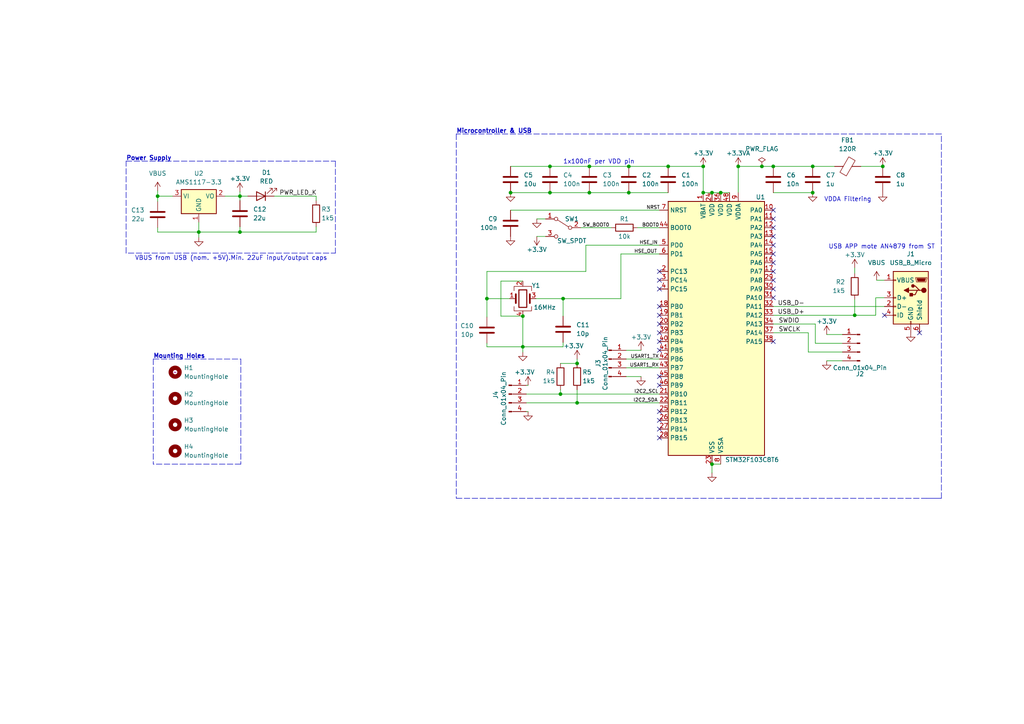
<source format=kicad_sch>
(kicad_sch (version 20230121) (generator eeschema)
  (paper "A4")
  (title_block (title "STM32+USB+UART+I2C+SWD") (date "2023-06-25") (rev "1.0"))
  (lib_symbols
    (symbol "Connector:Conn_01x04_Pin" (pin_names (offset 1.016) hide)
      (property "Reference" "J" (at 0 5.08 0))
      (property "Value" "Conn_01x04_Pin" (at 0 -7.62 0))
      (symbol "Conn_01x04_Pin_1_1"
        (polyline (pts (xy 1.27 -5.08) (xy 0.8636 -5.08)) (stroke (width 0.1524)))
        (polyline (pts (xy 1.27 -2.54) (xy 0.8636 -2.54)) (stroke (width 0.1524)))
        (polyline (pts (xy 1.27 0) (xy 0.8636 0)) (stroke (width 0.1524)))
        (polyline (pts (xy 1.27 2.54) (xy 0.8636 2.54)) (stroke (width 0.1524)))
        (rectangle (start 0.8636 -4.953) (end 0 -5.207) (stroke (width 0.1524)) (fill (type outline)))
        (rectangle (start 0.8636 -2.413) (end 0 -2.667) (stroke (width 0.1524)) (fill (type outline)))
        (rectangle (start 0.8636 0.127) (end 0 -0.127) (stroke (width 0.1524)) (fill (type outline)))
        (rectangle (start 0.8636 2.667) (end 0 2.413) (stroke (width 0.1524)) (fill (type outline)))
        (pin passive line (at 5.08 2.54 180) (length 3.81) (name "Pin_1") (number "1"))
        (pin passive line (at 5.08 0 180) (length 3.81) (name "Pin_2") (number "2"))
        (pin passive line (at 5.08 -2.54 180) (length 3.81) (name "Pin_3") (number "3"))
        (pin passive line (at 5.08 -5.08 180) (length 3.81) (name "Pin_4") (number "4"))
      )
    )
    (symbol "Connector:USB_B_Micro" (pin_names (offset 1.016))
      (property "Reference" "J" (at -5.08 11.43 0))
      (property "Value" "USB_B_Micro" (at -5.08 8.89 0))
      (symbol "USB_B_Micro_0_1"
        (rectangle (start -5.08 -7.62) (end 5.08 7.62) (stroke (width 0.254)) (fill (type background)))
        (circle (center -3.81 2.159) (radius 0.635) (stroke (width 0.254)) (fill (type outline)))
        (circle (center -0.635 3.429) (radius 0.381) (stroke (width 0.254)) (fill (type outline)))
        (rectangle (start -0.127 -7.62) (end 0.127 -6.858))
        (polyline (pts (xy -1.905 2.159) (xy 0.635 2.159)) (stroke (width 0.254)))
        (polyline (pts (xy -3.175 2.159) (xy -2.54 2.159) (xy -1.27 3.429) (xy -0.635 3.429)) (stroke (width 0.254)))
        (polyline (pts (xy -2.54 2.159) (xy -1.905 2.159) (xy -1.27 0.889) (xy 0 0.889)) (stroke (width 0.254)))
        (polyline (pts (xy 0.635 2.794) (xy 0.635 1.524) (xy 1.905 2.159) (xy 0.635 2.794)) (stroke (width 0.254)) (fill (type outline)))
        (polyline (pts (xy -4.318 5.588) (xy -1.778 5.588) (xy -2.032 4.826) (xy -4.064 4.826) (xy -4.318 5.588)) (fill (type outline)))
        (polyline (pts (xy -4.699 5.842) (xy -4.699 5.588) (xy -4.445 4.826) (xy -4.445 4.572) (xy -1.651 4.572) (xy -1.651 4.826) (xy -1.397 5.588) (xy -1.397 5.842) (xy -4.699 5.842)))
        (rectangle (start 0.254 1.27) (end -0.508 0.508) (stroke (width 0.254)) (fill (type outline)))
        (rectangle (start 5.08 -5.207) (end 4.318 -4.953))
        (rectangle (start 5.08 -2.667) (end 4.318 -2.413))
        (rectangle (start 5.08 -0.127) (end 4.318 0.127))
        (rectangle (start 5.08 4.953) (end 4.318 5.207))
      )
      (symbol "USB_B_Micro_1_1"
        (pin power_out line (at 7.62 5.08 180) (length 2.54) (name "VBUS") (number "1"))
        (pin bidirectional line (at 7.62 -2.54 180) (length 2.54) (name "D-") (number "2"))
        (pin bidirectional line (at 7.62 0 180) (length 2.54) (name "D+") (number "3"))
        (pin passive line (at 7.62 -5.08 180) (length 2.54) (name "ID") (number "4"))
        (pin power_out line (at 0 -10.16 90) (length 2.54) (name "GND") (number "5"))
        (pin passive line (at -2.54 -10.16 90) (length 2.54) (name "Shield") (number "6"))
      )
    )
    (symbol "Device:C" (pin_numbers hide) (pin_names (offset 0.254))
      (property "Reference" "C" (at 0.635 2.54 0))
      (property "Value" "C" (at 0.635 -2.54 0))
      (symbol "C_0_1"
        (polyline (pts (xy -2.032 -0.762) (xy 2.032 -0.762)) (stroke (width 0.508)))
        (polyline (pts (xy -2.032 0.762) (xy 2.032 0.762)) (stroke (width 0.508)))
      )
      (symbol "C_1_1"
        (pin passive line (at 0 3.81 270) (length 2.794) (name "~") (number "1"))
        (pin passive line (at 0 -3.81 90) (length 2.794) (name "~") (number "2"))
      )
    )
    (symbol "Device:Crystal_GND24" (pin_names (offset 1.016) hide)
      (property "Reference" "Y" (at 3.175 5.08 0))
      (property "Value" "Crystal_GND24" (at 3.175 3.175 0))
      (symbol "Crystal_GND24_0_1"
        (rectangle (start -1.143 2.54) (end 1.143 -2.54) (stroke (width 0.3048)))
        (polyline (pts (xy -2.54 0) (xy -2.032 0)))
        (polyline (pts (xy -2.032 -1.27) (xy -2.032 1.27)) (stroke (width 0.508)))
        (polyline (pts (xy 0 -3.81) (xy 0 -3.556)))
        (polyline (pts (xy 0 3.556) (xy 0 3.81)))
        (polyline (pts (xy 2.032 -1.27) (xy 2.032 1.27)) (stroke (width 0.508)))
        (polyline (pts (xy 2.032 0) (xy 2.54 0)))
        (polyline (pts (xy -2.54 -2.286) (xy -2.54 -3.556) (xy 2.54 -3.556) (xy 2.54 -2.286)))
        (polyline (pts (xy -2.54 2.286) (xy -2.54 3.556) (xy 2.54 3.556) (xy 2.54 2.286)))
      )
      (symbol "Crystal_GND24_1_1"
        (pin passive line (at -3.81 0 0) (length 1.27) (name "1") (number "1"))
        (pin passive line (at 0 5.08 270) (length 1.27) (name "2") (number "2"))
        (pin passive line (at 3.81 0 180) (length 1.27) (name "3") (number "3"))
        (pin passive line (at 0 -5.08 90) (length 1.27) (name "4") (number "4"))
      )
    )
    (symbol "Device:FerriteBead" (pin_numbers hide) (pin_names (offset 0))
      (property "Reference" "FB" (at -3.81 0.635 90))
      (property "Value" "FerriteBead" (at 3.81 0 90))
      (symbol "FerriteBead_0_1"
        (polyline (pts (xy 0 -1.27) (xy 0 -1.2192)))
        (polyline (pts (xy 0 1.27) (xy 0 1.2954)))
        (polyline (pts (xy -2.7686 0.4064) (xy -1.7018 2.2606) (xy 2.7686 -0.3048) (xy 1.6764 -2.159) (xy -2.7686 0.4064)))
      )
      (symbol "FerriteBead_1_1"
        (pin passive line (at 0 3.81 270) (length 2.54) (name "~") (number "1"))
        (pin passive line (at 0 -3.81 90) (length 2.54) (name "~") (number "2"))
      )
    )
    (symbol "Device:LED" (pin_numbers hide) (pin_names (offset 1.016) hide)
      (property "Reference" "D" (at 0 2.54 0))
      (property "Value" "LED" (at 0 -2.54 0))
      (symbol "LED_0_1"
        (polyline (pts (xy -1.27 -1.27) (xy -1.27 1.27)) (stroke (width 0.254)))
        (polyline (pts (xy -1.27 0) (xy 1.27 0)))
        (polyline (pts (xy 1.27 -1.27) (xy 1.27 1.27) (xy -1.27 0) (xy 1.27 -1.27)) (stroke (width 0.254)))
        (polyline (pts (xy -3.048 -0.762) (xy -4.572 -2.286) (xy -3.81 -2.286) (xy -4.572 -2.286) (xy -4.572 -1.524)))
        (polyline (pts (xy -1.778 -0.762) (xy -3.302 -2.286) (xy -2.54 -2.286) (xy -3.302 -2.286) (xy -3.302 -1.524)))
      )
      (symbol "LED_1_1"
        (pin passive line (at -3.81 0 0) (length 2.54) (name "K") (number "1"))
        (pin passive line (at 3.81 0 180) (length 2.54) (name "A") (number "2"))
      )
    )
    (symbol "Device:R" (pin_numbers hide) (pin_names (offset 0))
      (property "Reference" "R" (at 2.032 0 90))
      (property "Value" "R" (at 0 0 90))
      (symbol "R_0_1"
        (rectangle (start -1.016 -2.54) (end 1.016 2.54) (stroke (width 0.254)))
      )
      (symbol "R_1_1"
        (pin passive line (at 0 3.81 270) (length 1.27) (name "~") (number "1"))
        (pin passive line (at 0 -3.81 90) (length 1.27) (name "~") (number "2"))
      )
    )
    (symbol "MCU_ST_STM32F1:STM32F103C8Tx"
      (property "Reference" "U" (at -12.7 39.37 0))
      (property "Value" "STM32F103C8Tx" (at 10.16 39.37 0))
      (symbol "STM32F103C8Tx_0_1"
        (rectangle (start -12.7 -35.56) (end 15.24 38.1) (stroke (width 0.254)) (fill (type background)))
      )
      (symbol "STM32F103C8Tx_1_1"
        (pin power_in line (at -2.54 40.64 270) (length 2.54) (name "VBAT") (number "1"))
        (pin bidirectional line (at 17.78 35.56 180) (length 2.54) (name "PA0") (number "10"))
        (pin bidirectional line (at 17.78 33.02 180) (length 2.54) (name "PA1") (number "11"))
        (pin bidirectional line (at 17.78 30.48 180) (length 2.54) (name "PA2") (number "12"))
        (pin bidirectional line (at 17.78 27.94 180) (length 2.54) (name "PA3") (number "13"))
        (pin bidirectional line (at 17.78 25.4 180) (length 2.54) (name "PA4") (number "14"))
        (pin bidirectional line (at 17.78 22.86 180) (length 2.54) (name "PA5") (number "15"))
        (pin bidirectional line (at 17.78 20.32 180) (length 2.54) (name "PA6") (number "16"))
        (pin bidirectional line (at 17.78 17.78 180) (length 2.54) (name "PA7") (number "17"))
        (pin bidirectional line (at -15.24 7.62 0) (length 2.54) (name "PB0") (number "18"))
        (pin bidirectional line (at -15.24 5.08 0) (length 2.54) (name "PB1") (number "19"))
        (pin bidirectional line (at -15.24 17.78 0) (length 2.54) (name "PC13") (number "2"))
        (pin bidirectional line (at -15.24 2.54 0) (length 2.54) (name "PB2") (number "20"))
        (pin bidirectional line (at -15.24 -17.78 0) (length 2.54) (name "PB10") (number "21"))
        (pin bidirectional line (at -15.24 -20.32 0) (length 2.54) (name "PB11") (number "22"))
        (pin power_in line (at 0 -38.1 90) (length 2.54) (name "VSS") (number "23"))
        (pin power_in line (at 0 40.64 270) (length 2.54) (name "VDD") (number "24"))
        (pin bidirectional line (at -15.24 -22.86 0) (length 2.54) (name "PB12") (number "25"))
        (pin bidirectional line (at -15.24 -25.4 0) (length 2.54) (name "PB13") (number "26"))
        (pin bidirectional line (at -15.24 -27.94 0) (length 2.54) (name "PB14") (number "27"))
        (pin bidirectional line (at -15.24 -30.48 0) (length 2.54) (name "PB15") (number "28"))
        (pin bidirectional line (at 17.78 15.24 180) (length 2.54) (name "PA8") (number "29"))
        (pin bidirectional line (at -15.24 15.24 0) (length 2.54) (name "PC14") (number "3"))
        (pin bidirectional line (at 17.78 12.7 180) (length 2.54) (name "PA9") (number "30"))
        (pin bidirectional line (at 17.78 10.16 180) (length 2.54) (name "PA10") (number "31"))
        (pin bidirectional line (at 17.78 7.62 180) (length 2.54) (name "PA11") (number "32"))
        (pin bidirectional line (at 17.78 5.08 180) (length 2.54) (name "PA12") (number "33"))
        (pin bidirectional line (at 17.78 2.54 180) (length 2.54) (name "PA13") (number "34"))
        (pin passive line (at 0 -38.1 90) (length 2.54) hide (name "VSS") (number "35"))
        (pin power_in line (at 2.54 40.64 270) (length 2.54) (name "VDD") (number "36"))
        (pin bidirectional line (at 17.78 0 180) (length 2.54) (name "PA14") (number "37"))
        (pin bidirectional line (at 17.78 -2.54 180) (length 2.54) (name "PA15") (number "38"))
        (pin bidirectional line (at -15.24 0 0) (length 2.54) (name "PB3") (number "39"))
        (pin bidirectional line (at -15.24 12.7 0) (length 2.54) (name "PC15") (number "4"))
        (pin bidirectional line (at -15.24 -2.54 0) (length 2.54) (name "PB4") (number "40"))
        (pin bidirectional line (at -15.24 -5.08 0) (length 2.54) (name "PB5") (number "41"))
        (pin bidirectional line (at -15.24 -7.62 0) (length 2.54) (name "PB6") (number "42"))
        (pin bidirectional line (at -15.24 -10.16 0) (length 2.54) (name "PB7") (number "43"))
        (pin input line (at -15.24 30.48 0) (length 2.54) (name "BOOT0") (number "44"))
        (pin bidirectional line (at -15.24 -12.7 0) (length 2.54) (name "PB8") (number "45"))
        (pin bidirectional line (at -15.24 -15.24 0) (length 2.54) (name "PB9") (number "46"))
        (pin passive line (at 0 -38.1 90) (length 2.54) hide (name "VSS") (number "47"))
        (pin power_in line (at 5.08 40.64 270) (length 2.54) (name "VDD") (number "48"))
        (pin bidirectional line (at -15.24 25.4 0) (length 2.54) (name "PD0") (number "5"))
        (pin bidirectional line (at -15.24 22.86 0) (length 2.54) (name "PD1") (number "6"))
        (pin input line (at -15.24 35.56 0) (length 2.54) (name "NRST") (number "7"))
        (pin power_in line (at 2.54 -38.1 90) (length 2.54) (name "VSSA") (number "8"))
        (pin power_in line (at 7.62 40.64 270) (length 2.54) (name "VDDA") (number "9"))
      )
    )
    (symbol "Mechanical:MountingHole" (pin_names (offset 1.016))
      (property "Reference" "H" (at 0 5.08 0))
      (property "Value" "MountingHole" (at 0 3.175 0))
      (symbol "MountingHole_0_1"
        (circle (center 0 0) (radius 1.27) (stroke (width 1.27)))
      )
    )
    (symbol "Regulator_Linear:AMS1117-3.3"
      (property "Reference" "U" (at -3.81 3.175 0))
      (property "Value" "AMS1117-3.3" (at 0 3.175 0))
      (symbol "AMS1117-3.3_0_1"
        (rectangle (start -5.08 -5.08) (end 5.08 1.905) (stroke (width 0.254)) (fill (type background)))
      )
      (symbol "AMS1117-3.3_1_1"
        (pin power_in line (at 0 -7.62 90) (length 2.54) (name "GND") (number "1"))
        (pin power_out line (at 7.62 0 180) (length 2.54) (name "VO") (number "2"))
        (pin power_in line (at -7.62 0 0) (length 2.54) (name "VI") (number "3"))
      )
    )
    (symbol "Switch:SW_SPDT" (pin_names (offset 0) hide)
      (property "Reference" "SW" (at 0 4.318 0))
      (property "Value" "SW_SPDT" (at 0 -5.08 0))
      (symbol "SW_SPDT_0_0"
        (circle (center -2.032 0) (radius 0.508))
        (circle (center 2.032 -2.54) (radius 0.508))
      )
      (symbol "SW_SPDT_0_1"
        (polyline (pts (xy -1.524 0.254) (xy 1.651 2.286)))
        (circle (center 2.032 2.54) (radius 0.508))
      )
      (symbol "SW_SPDT_1_1"
        (pin passive line (at 5.08 2.54 180) (length 2.54) (name "A") (number "1"))
        (pin passive line (at -5.08 0 0) (length 2.54) (name "B") (number "2"))
        (pin passive line (at 5.08 -2.54 180) (length 2.54) (name "C") (number "3"))
      )
    )
    (symbol "power:+3.3V" (power) (pin_names (offset 0))
      (property "Value" "+3.3V" (at 0 3.556 0))
      (symbol "+3.3V_0_1"
        (polyline (pts (xy -0.762 1.27) (xy 0 2.54)))
        (polyline (pts (xy 0 0) (xy 0 2.54)))
        (polyline (pts (xy 0 2.54) (xy 0.762 1.27)))
      )
      (symbol "+3.3V_1_1"
        (pin power_in line (at 0 0 90) (length 0) hide (name "+3.3V") (number "1"))
      )
    )
    (symbol "power:+3.3VA" (power) (pin_names (offset 0))
      (property "Value" "+3.3VA" (at 0 3.556 0))
      (symbol "+3.3VA_0_1"
        (polyline (pts (xy -0.762 1.27) (xy 0 2.54)))
        (polyline (pts (xy 0 0) (xy 0 2.54)))
        (polyline (pts (xy 0 2.54) (xy 0.762 1.27)))
      )
      (symbol "+3.3VA_1_1"
        (pin power_in line (at 0 0 90) (length 0) hide (name "+3.3VA") (number "1"))
      )
    )
    (symbol "power:GND" (power) (pin_names (offset 0))
      (property "Value" "GND" (at 0 -3.81 0))
      (symbol "GND_0_1"
        (polyline (pts (xy 0 0) (xy 0 -1.27) (xy 1.27 -1.27) (xy 0 -2.54) (xy -1.27 -1.27) (xy 0 -1.27)))
      )
      (symbol "GND_1_1"
        (pin power_in line (at 0 0 270) (length 0) hide (name "GND") (number "1"))
      )
    )
    (symbol "power:PWR_FLAG" (power) (pin_numbers hide) (pin_names (offset 0) hide)
      (property "Value" "PWR_FLAG" (at 0 3.81 0))
      (symbol "PWR_FLAG_0_0"
        (pin power_out line (at 0 0 90) (length 0) (name "pwr") (number "1"))
      )
      (symbol "PWR_FLAG_0_1"
        (polyline (pts (xy 0 0) (xy 0 1.27) (xy -1.016 1.905) (xy 0 2.54) (xy 1.016 1.905) (xy 0 1.27)))
      )
    )
    (symbol "power:VBUS" (power) (pin_names (offset 0))
      (property "Value" "VBUS" (at 0 3.81 0))
      (symbol "VBUS_0_1"
        (polyline (pts (xy -0.762 1.27) (xy 0 2.54)))
        (polyline (pts (xy 0 0) (xy 0 2.54)))
        (polyline (pts (xy 0 2.54) (xy 0.762 1.27)))
      )
      (symbol "VBUS_1_1"
        (pin power_in line (at 0 0 90) (length 0) hide (name "VBUS") (number "1"))
      )
    )
  )
  (junction (at 170.942 55.88))
  (junction (at 170.942 48.26))
  (junction (at 256.032 48.26))
  (junction (at 151.638 100.584))
  (junction (at 167.386 116.84))
  (junction (at 162.56 114.3))
  (junction (at 206.502 134.62))
  (junction (at 148.082 55.88))
  (junction (at 159.512 55.88))
  (junction (at 235.712 55.88))
  (junction (at 159.512 48.26))
  (junction (at 182.372 55.88))
  (junction (at 151.638 91.694))
  (junction (at 167.386 105.41))
  (junction (at 141.224 86.614))
  (junction (at 214.122 48.26))
  (junction (at 69.596 56.896))
  (junction (at 193.802 48.26))
  (junction (at 224.282 48.26))
  (junction (at 182.372 48.26))
  (junction (at 163.322 86.614))
  (junction (at 209.042 55.88))
  (junction (at 235.712 48.26))
  (junction (at 206.502 55.88))
  (junction (at 57.658 67.31))
  (junction (at 247.904 91.44))
  (junction (at 45.72 56.896))
  (junction (at 203.962 55.88))
  (junction (at 69.596 67.31))
  (junction (at 220.98 48.26))
  (junction (at 203.962 48.26))
  (no_connect (at 224.282 81.28))
  (no_connect (at 191.262 91.44))
  (no_connect (at 191.262 121.92))
  (no_connect (at 191.262 88.9))
  (no_connect (at 224.282 78.74))
  (no_connect (at 191.262 93.98))
  (no_connect (at 224.282 68.58))
  (no_connect (at 191.262 83.82))
  (no_connect (at 191.262 111.76))
  (no_connect (at 224.282 76.2))
  (no_connect (at 224.282 60.96))
  (no_connect (at 256.54 91.44))
  (no_connect (at 224.282 73.66))
  (no_connect (at 191.262 119.38))
  (no_connect (at 224.282 86.36))
  (no_connect (at 191.262 78.74))
  (no_connect (at 266.7 96.52))
  (no_connect (at 224.282 71.12))
  (no_connect (at 191.262 127))
  (no_connect (at 191.262 124.46))
  (no_connect (at 191.262 81.28))
  (no_connect (at 191.262 99.06))
  (no_connect (at 191.262 101.6))
  (no_connect (at 224.282 83.82))
  (no_connect (at 224.282 66.04))
  (no_connect (at 191.262 96.52))
  (no_connect (at 191.262 109.22))
  (no_connect (at 224.282 99.06))
  (no_connect (at 224.282 63.5))
  (wire (pts (xy 148.082 48.26) (xy 159.512 48.26)))
  (wire (pts (xy 69.596 58.166) (xy 69.596 56.896)))
  (wire (pts (xy 151.638 100.584) (xy 163.322 100.584)))
  (polyline (pts (xy 44.45 104.14) (xy 69.85 104.14)) (stroke (width 0) (type dash)))
  (wire (pts (xy 180.086 86.614) (xy 163.322 86.614)))
  (wire (pts (xy 184.912 66.04) (xy 191.262 66.04)))
  (wire (pts (xy 148.082 55.88) (xy 159.512 55.88)))
  (polyline (pts (xy 36.576 73.406) (xy 36.576 46.736)) (stroke (width 0) (type dash)))
  (wire (pts (xy 65.278 56.896) (xy 69.596 56.896)))
  (wire (pts (xy 220.98 48.26) (xy 224.282 48.26)))
  (polyline (pts (xy 268.732 144.526) (xy 273.05 144.526)))
  (wire (pts (xy 180.086 73.66) (xy 191.262 73.66)))
  (wire (pts (xy 141.224 100.584) (xy 151.638 100.584)))
  (wire (pts (xy 239.776 97.028) (xy 244.348 97.028)))
  (wire (pts (xy 141.224 86.614) (xy 141.224 78.74)))
  (wire (pts (xy 91.694 56.896) (xy 91.694 58.166)))
  (wire (pts (xy 159.512 55.88) (xy 170.942 55.88)))
  (wire (pts (xy 159.512 48.26) (xy 170.942 48.26)))
  (wire (pts (xy 45.72 66.04) (xy 45.72 67.31)))
  (wire (pts (xy 214.122 55.88) (xy 214.122 48.26)))
  (wire (pts (xy 203.962 48.26) (xy 203.962 55.88)))
  (wire (pts (xy 91.694 65.786) (xy 91.694 67.31)))
  (wire (pts (xy 180.086 73.66) (xy 180.086 86.614)))
  (wire (pts (xy 69.596 56.896) (xy 71.882 56.896)))
  (wire (pts (xy 45.72 55.372) (xy 45.72 56.896)))
  (wire (pts (xy 236.474 99.568) (xy 236.474 93.98)))
  (wire (pts (xy 234.442 102.108) (xy 234.442 96.52)))
  (wire (pts (xy 148.082 60.96) (xy 191.262 60.96)))
  (wire (pts (xy 151.638 100.584) (xy 151.638 102.108)))
  (wire (pts (xy 141.224 99.568) (xy 141.224 100.584)))
  (wire (pts (xy 45.72 56.896) (xy 50.038 56.896)))
  (wire (pts (xy 57.658 67.31) (xy 57.658 68.834)))
  (wire (pts (xy 206.502 134.62) (xy 206.502 137.16)))
  (wire (pts (xy 244.348 104.648) (xy 239.776 104.648)))
  (wire (pts (xy 206.502 55.88) (xy 209.042 55.88)))
  (wire (pts (xy 170.942 48.26) (xy 182.372 48.26)))
  (polyline (pts (xy 132.334 144.526) (xy 268.732 144.526)) (stroke (width 0) (type dash)))
  (wire (pts (xy 224.282 55.88) (xy 235.712 55.88)))
  (polyline (pts (xy 59.436 73.406) (xy 97.282 73.406)) (stroke (width 0) (type dash)))
  (wire (pts (xy 45.72 67.31) (xy 57.658 67.31)))
  (wire (pts (xy 224.282 91.44) (xy 247.904 91.44)))
  (wire (pts (xy 247.904 77.724) (xy 247.904 79.248)))
  (wire (pts (xy 169.926 71.12) (xy 191.262 71.12)))
  (wire (pts (xy 224.282 88.9) (xy 256.54 88.9)))
  (polyline (pts (xy 273.05 38.862) (xy 132.334 38.862)) (stroke (width 0) (type dash)))
  (wire (pts (xy 193.802 48.26) (xy 203.962 48.26)))
  (wire (pts (xy 152.654 119.38) (xy 153.162 119.38)))
  (polyline (pts (xy 44.45 104.14) (xy 44.45 134.62)) (stroke (width 0) (type dash)))
  (wire (pts (xy 141.224 78.74) (xy 169.926 78.74)))
  (wire (pts (xy 167.386 113.03) (xy 167.386 116.84)))
  (wire (pts (xy 209.042 55.88) (xy 211.582 55.88)))
  (wire (pts (xy 163.322 100.584) (xy 163.322 99.314)))
  (wire (pts (xy 91.694 67.31) (xy 69.596 67.31)))
  (wire (pts (xy 244.348 102.108) (xy 234.442 102.108)))
  (wire (pts (xy 155.702 63.5) (xy 158.242 63.5)))
  (polyline (pts (xy 273.05 93.726) (xy 273.05 38.862)) (stroke (width 0) (type dash)))
  (wire (pts (xy 181.61 101.6) (xy 185.928 101.6)))
  (wire (pts (xy 182.372 48.26) (xy 193.802 48.26)))
  (wire (pts (xy 224.282 96.52) (xy 234.442 96.52)))
  (wire (pts (xy 167.386 104.14) (xy 167.386 105.41)))
  (wire (pts (xy 235.712 48.26) (xy 242.062 48.26)))
  (wire (pts (xy 244.348 99.568) (xy 236.474 99.568)))
  (wire (pts (xy 162.56 114.3) (xy 191.262 114.3)))
  (wire (pts (xy 147.828 86.614) (xy 141.224 86.614)))
  (wire (pts (xy 45.72 58.42) (xy 45.72 56.896)))
  (wire (pts (xy 163.322 91.694) (xy 163.322 86.614)))
  (wire (pts (xy 254 86.36) (xy 256.54 86.36)))
  (wire (pts (xy 141.224 86.614) (xy 141.224 91.948)))
  (wire (pts (xy 152.654 114.3) (xy 162.56 114.3)))
  (wire (pts (xy 206.502 134.62) (xy 209.042 134.62)))
  (wire (pts (xy 203.962 55.88) (xy 206.502 55.88)))
  (wire (pts (xy 181.61 109.22) (xy 185.928 109.22)))
  (wire (pts (xy 69.596 67.31) (xy 69.596 65.786)))
  (wire (pts (xy 155.702 68.58) (xy 158.242 68.58)))
  (wire (pts (xy 69.596 55.626) (xy 69.596 56.896)))
  (polyline (pts (xy 273.05 144.526) (xy 273.05 93.726)) (stroke (width 0) (type dash)))
  (polyline (pts (xy 69.85 104.14) (xy 69.85 134.62)) (stroke (width 0) (type dash)))
  (wire (pts (xy 163.322 86.614) (xy 155.448 86.614)))
  (wire (pts (xy 169.926 71.12) (xy 169.926 78.74)))
  (wire (pts (xy 167.386 116.84) (xy 191.262 116.84)))
  (wire (pts (xy 247.904 86.868) (xy 247.904 91.44)))
  (polyline (pts (xy 59.436 73.406) (xy 36.576 73.406)) (stroke (width 0) (type dash)))
  (wire (pts (xy 162.56 113.03) (xy 162.56 114.3)))
  (wire (pts (xy 145.288 91.694) (xy 151.638 91.694)))
  (wire (pts (xy 224.282 93.98) (xy 236.474 93.98)))
  (wire (pts (xy 254.254 81.28) (xy 256.54 81.28)))
  (wire (pts (xy 214.122 48.26) (xy 220.98 48.26)))
  (wire (pts (xy 151.638 81.534) (xy 145.288 81.534)))
  (wire (pts (xy 254 91.44) (xy 254 86.36)))
  (wire (pts (xy 152.654 111.76) (xy 153.162 111.76)))
  (wire (pts (xy 162.56 105.41) (xy 167.386 105.41)))
  (wire (pts (xy 224.282 48.26) (xy 235.712 48.26)))
  (wire (pts (xy 79.502 56.896) (xy 91.694 56.896)))
  (wire (pts (xy 57.658 67.31) (xy 69.596 67.31)))
  (wire (pts (xy 247.904 91.44) (xy 254 91.44)))
  (wire (pts (xy 151.638 91.694) (xy 151.638 100.584)))
  (wire (pts (xy 152.654 116.84) (xy 167.386 116.84)))
  (wire (pts (xy 170.942 55.88) (xy 182.372 55.88)))
  (wire (pts (xy 181.61 106.68) (xy 191.262 106.68)))
  (wire (pts (xy 182.372 55.88) (xy 193.802 55.88)))
  (polyline (pts (xy 36.576 46.736) (xy 97.282 46.736)) (stroke (width 0) (type dash)))
  (wire (pts (xy 57.658 64.516) (xy 57.658 67.31)))
  (wire (pts (xy 168.402 66.04) (xy 177.292 66.04)))
  (wire (pts (xy 249.682 48.26) (xy 256.032 48.26)))
  (polyline (pts (xy 69.85 134.62) (xy 44.45 134.62)) (stroke (width 0) (type dash)))
  (wire (pts (xy 181.61 104.14) (xy 191.262 104.14)))
  (wire (pts (xy 145.288 81.534) (xy 145.288 91.694)))
  (polyline (pts (xy 97.282 46.736) (xy 97.282 73.406)) (stroke (width 0) (type dash)))
  (polyline (pts (xy 132.334 38.862) (xy 132.334 144.526)) (stroke (width 0) (type dash)))
  (text "Power Supply" (at 36.576 46.736 0) (effects (font (size 1.27 1.27) (thickness 0.254) bold) (justify left bottom)))
  (text "Microcontroller & USB" (at 132.334 38.862 0) (effects (font (size 1.27 1.27) (thickness 0.254) bold) (justify left bottom)))
  (text "VBUS from USB (nom. +5V).Min. 22uF input/output caps" (at 39.116 75.692 0) (effects (font (size 1.27 1.27)) (justify left bottom)))
  (text "VDDA Filtering" (at 239.014 58.674 0) (effects (font (size 1.27 1.27)) (justify left bottom)))
  (text "1x100nF per VDD pin" (at 163.322 47.752 0) (effects (font (size 1.27 1.27)) (justify left bottom)))
  (text "USB APP mote AN4879 from ST" (at 240.284 72.39 0) (effects (font (size 1.27 1.27)) (justify left bottom)))
  (text "Mounting Holes" (at 44.45 104.14 0) (effects (font (size 1.27 1.27) (thickness 0.254) bold) (justify left bottom)))
  (label "HSE_IN" (at 185.42 71.12 0) (effects (font (size 1 1))))
  (label "BOOT0" (at 186.182 66.04 0) (effects (font (size 1 1))))
  (label "USART1_TX" (at 182.88 104.14 0) (effects (font (size 1 1))))
  (label "HSE_OUT" (at 183.896 73.66 0) (effects (font (size 1 1))))
  (label "USB_D+" (at 225.552 91.44 0))
  (label "USB_D-" (at 225.552 88.9 0))
  (label "SWCLK" (at 225.806 96.52 0))
  (label "I2C2_SCL" (at 183.896 114.3 0) (effects (font (size 1 1))))
  (label "USART1_RX" (at 182.626 106.68 0) (effects (font (size 1 1))))
  (label "I2C2_SDA" (at 183.642 116.84 0) (effects (font (size 1 1))))
  (label "SW_BOOT0" (at 168.91 66.04 0) (effects (font (size 1 1))))
  (label "PWR_LED_K" (at 81.026 56.896 0))
  (label "NRST" (at 187.452 60.96 0) (effects (font (size 1 1))))
  (label "SWDIO" (at 225.806 93.98 0))
  (symbol (lib_id "power:+3.3V") (at 185.928 101.6 0) (unit 1)
    (property "Reference" "#PWR021" (effects hide))
    (property "Value" "+3.3V" (at 185.928 97.79 0))
  )
  (symbol (lib_id "power:+3.3V") (at 203.962 48.26 0) (unit 1)
    (property "Reference" "#PWR02" (effects hide))
    (property "Value" "+3.3V" (at 203.962 44.45 0))
  )
  (symbol (lib_id "power:GND") (at 153.162 119.38 0) (unit 1)
    (property "Reference" "#PWR022" (effects hide))
    (property "Value" "GND" (effects hide))
  )
  (symbol (lib_id "power:GND") (at 148.082 55.88 0) (unit 1)
    (property "Reference" "#PWR03" (effects hide))
    (property "Value" "GND" (effects hide))
  )
  (symbol (lib_id "power:VBUS") (at 45.72 55.372 0) (unit 1)
    (property "Reference" "#PWR018" (effects hide))
    (property "Value" "VBUS" (at 45.72 50.292 0))
  )
  (symbol (lib_id "power:VBUS") (at 254.254 81.28 0) (unit 1)
    (property "Reference" "#PWR013" (effects hide))
    (property "Value" "VBUS" (at 254.254 76.2 0))
  )
  (symbol (lib_id "Mechanical:MountingHole") (at 50.8 130.81 0) (unit 1)
    (property "Reference" "H4" (at 53.34 129.54 0) (effects (justify left)))
    (property "Value" "MountingHole" (at 53.34 132.08 0) (effects (justify left)))
    (property "Footprint" "MountingHole:MountingHole_2.2mm_M2" (effects hide))
  )
  (symbol (lib_id "power:+3.3V") (at 256.032 48.26 0) (unit 1)
    (property "Reference" "#PWR07" (effects hide))
    (property "Value" "+3.3V" (at 256.032 44.45 0))
  )
  (symbol (lib_id "Connector:USB_B_Micro") (at 264.16 86.36 0) (mirror y) (unit 1)
    (property "Reference" "J1" (at 264.16 73.66 0))
    (property "Value" "USB_B_Micro" (at 264.16 76.2 0))
    (property "Footprint" "Connector_USB:USB_Micro-B_Wuerth_629105150521" (effects hide))
  )
  (symbol (lib_id "power:+3.3V") (at 153.162 111.76 0) (unit 1)
    (property "Reference" "#PWR023" (effects hide))
    (property "Value" "+3.3V" (at 152.146 107.95 0))
  )
  (symbol (lib_id "Device:C") (at 148.082 52.07 0) (unit 1)
    (property "Reference" "C5" (at 151.892 50.8 0) (effects (justify left)))
    (property "Value" "10u" (at 151.892 53.34 0) (effects (justify left)))
    (property "Footprint" "Capacitor_SMD:C_0603_1608Metric" (effects hide))
  )
  (symbol (lib_id "power:GND") (at 264.16 96.52 0) (unit 1)
    (property "Reference" "#PWR012" (effects hide))
    (property "Value" "GND" (effects hide))
  )
  (symbol (lib_id "Device:C") (at 148.082 64.77 0) (mirror y) (unit 1)
    (property "Reference" "C9" (at 144.272 63.5 0) (effects (justify left)))
    (property "Value" "100n" (at 144.272 66.04 0) (effects (justify left)))
    (property "Footprint" "Capacitor_SMD:C_0402_1005Metric" (effects hide))
  )
  (symbol (lib_id "power:GND") (at 155.702 63.5 0) (unit 1)
    (property "Reference" "#PWR09" (effects hide))
    (property "Value" "GND" (effects hide))
  )
  (symbol (lib_id "Device:FerriteBead") (at 245.872 48.26 90) (unit 1)
    (property "Reference" "FB1" (at 245.8212 40.64 90))
    (property "Value" "120R" (at 245.8212 43.18 90))
    (property "Footprint" "Inductor_SMD:L_0603_1608Metric" (effects hide))
  )
  (symbol (lib_id "Device:Crystal_GND24") (at 151.638 86.614 0) (unit 1)
    (property "Reference" "Y1" (at 155.448 82.804 0))
    (property "Value" "16MHz" (at 157.988 89.154 0))
    (property "Footprint" "Crystal:Crystal_SMD_3225-4Pin_3.2x2.5mm" (effects hide))
  )
  (symbol (lib_id "power:GND") (at 148.082 68.58 0) (unit 1)
    (property "Reference" "#PWR08" (effects hide))
    (property "Value" "GND" (effects hide))
  )
  (symbol (lib_id "power:GND") (at 206.502 137.16 0) (unit 1)
    (property "Reference" "#PWR01" (effects hide))
    (property "Value" "GND" (effects hide))
  )
  (symbol (lib_id "MCU_ST_STM32F1:STM32F103C8Tx") (at 206.502 96.52 0) (unit 1)
    (property "Reference" "U1" (at 219.202 57.15 0) (effects (justify left)))
    (property "Value" "STM32F103C8T6" (at 210.312 133.35 0) (effects (justify left)))
    (property "Footprint" "Package_QFP:LQFP-48_7x7mm_P0.5mm" (effects hide))
    (property "Datasheet" "https://www.st.com/resource/en/datasheet/stm32f103c8.pdf" (effects hide))
  )
  (symbol (lib_id "Connector:Conn_01x04_Pin") (at 176.53 104.14 0) (unit 1)
    (property "Reference" "J3" (at 173.482 105.41 90))
    (property "Value" "Conn_01x04_Pin" (at 175.514 105.41 90))
    (property "Footprint" "Connector_PinHeader_2.54mm:PinHeader_1x04_P2.54mm_Vertical" (effects hide))
  )
  (symbol (lib_id "Device:C") (at 69.596 61.976 0) (unit 1)
    (property "Reference" "C12" (at 73.406 60.706 0) (effects (justify left)))
    (property "Value" "22u" (at 73.406 63.246 0) (effects (justify left)))
    (property "Footprint" "Capacitor_SMD:C_0805_2012Metric" (effects hide))
  )
  (symbol (lib_id "power:GND") (at 151.638 102.108 0) (unit 1)
    (property "Reference" "#PWR011" (effects hide))
    (property "Value" "GND" (effects hide))
  )
  (symbol (lib_id "Mechanical:MountingHole") (at 50.8 107.95 0) (unit 1)
    (property "Reference" "H1" (at 53.34 106.68 0) (effects (justify left)))
    (property "Value" "MountingHole" (at 53.34 109.22 0) (effects (justify left)))
    (property "Footprint" "MountingHole:MountingHole_2.2mm_M2" (effects hide))
    (property "Datasheet" "~" (at 50.8 107.95 0))
  )
  (symbol (lib_id "Device:C") (at 256.032 52.07 0) (unit 1)
    (property "Reference" "C8" (at 259.842 50.8 0) (effects (justify left)))
    (property "Value" "1u" (at 259.842 53.34 0) (effects (justify left)))
    (property "Footprint" "Capacitor_SMD:C_0402_1005Metric" (effects hide))
  )
  (symbol (lib_id "Device:C") (at 159.512 52.07 0) (unit 1)
    (property "Reference" "C4" (at 163.322 50.8 0) (effects (justify left)))
    (property "Value" "100n" (at 163.322 53.34 0) (effects (justify left)))
    (property "Footprint" "Capacitor_SMD:C_0402_1005Metric" (effects hide))
  )
  (symbol (lib_id "power:PWR_FLAG") (at 220.98 48.26 0) (unit 1)
    (property "Reference" "#FLG01" (effects hide))
    (property "Value" "PWR_FLAG" (at 220.98 43.18 0))
  )
  (symbol (lib_id "Device:C") (at 170.942 52.07 0) (unit 1)
    (property "Reference" "C3" (at 174.752 50.8 0) (effects (justify left)))
    (property "Value" "100n" (at 174.752 53.34 0) (effects (justify left)))
    (property "Footprint" "Capacitor_SMD:C_0402_1005Metric" (effects hide))
  )
  (symbol (lib_id "power:GND") (at 57.658 68.834 0) (unit 1)
    (property "Reference" "#PWR017" (effects hide))
    (property "Value" "GND" (effects hide))
  )
  (symbol (lib_id "Switch:SW_SPDT") (at 163.322 66.04 0) (mirror y) (unit 1)
    (property "Reference" "SW1" (at 165.862 63.5 0))
    (property "Value" "SW_SPDT" (at 165.862 69.85 0))
    (property "Footprint" "Button_Switch_SMD:SW_SPDT_PCM12" (effects hide))
  )
  (symbol (lib_id "Device:LED") (at 75.692 56.896 180) (unit 1)
    (property "Reference" "D1" (at 77.2795 50.038 0))
    (property "Value" "RED" (at 77.2795 52.578 0))
    (property "Footprint" "LED_SMD:LED_0603_1608Metric" (effects hide))
  )
  (symbol (lib_id "power:+3.3V") (at 155.702 68.58 180) (unit 1)
    (property "Reference" "#PWR010" (effects hide))
    (property "Value" "+3.3V" (at 155.702 72.39 0))
  )
  (symbol (lib_id "Device:C") (at 45.72 62.23 0) (mirror y) (unit 1)
    (property "Reference" "C13" (at 41.91 60.96 0) (effects (justify left)))
    (property "Value" "22u" (at 41.91 63.5 0) (effects (justify left)))
    (property "Footprint" "Capacitor_SMD:C_0805_2012Metric" (effects hide))
  )
  (symbol (lib_id "power:+3.3V") (at 69.596 55.626 0) (unit 1)
    (property "Reference" "#PWR019" (effects hide))
    (property "Value" "+3.3V" (at 69.596 51.816 0))
  )
  (symbol (lib_id "Mechanical:MountingHole") (at 50.8 115.57 0) (unit 1)
    (property "Reference" "H2" (at 53.34 114.3 0) (effects (justify left)))
    (property "Value" "MountingHole" (at 53.34 116.84 0) (effects (justify left)))
    (property "Footprint" "MountingHole:MountingHole_2.2mm_M2" (effects hide))
  )
  (symbol (lib_id "power:+3.3V") (at 167.386 104.14 0) (unit 1)
    (property "Reference" "#PWR024" (effects hide))
    (property "Value" "+3.3V" (at 166.37 100.33 0))
  )
  (symbol (lib_id "Device:R") (at 162.56 109.22 0) (mirror y) (unit 1)
    (property "Reference" "R4" (at 161.036 107.95 0) (effects (justify left)))
    (property "Value" "1k5" (at 161.036 110.49 0) (effects (justify left)))
    (property "Footprint" "Resistor_SMD:R_0402_1005Metric" (effects hide))
  )
  (symbol (lib_id "Regulator_Linear:AMS1117-3.3") (at 57.658 56.896 0) (unit 1)
    (property "Reference" "U2" (at 57.658 50.292 0))
    (property "Value" "AMS1117-3.3" (at 57.658 52.832 0))
    (property "Footprint" "Package_TO_SOT_SMD:SOT-223-3_TabPin2" (effects hide))
    (property "Datasheet" "http://www.advanced-monolithic.com/pdf/ds1117.pdf" (effects hide))
  )
  (symbol (lib_id "Device:C") (at 163.322 95.504 0) (unit 1)
    (property "Reference" "C11" (at 167.132 94.234 0) (effects (justify left)))
    (property "Value" "10p" (at 167.132 96.774 0) (effects (justify left)))
    (property "Footprint" "Capacitor_SMD:C_0402_1005Metric" (effects hide))
  )
  (symbol (lib_id "power:GND") (at 235.712 55.88 0) (unit 1)
    (property "Reference" "#PWR05" (effects hide))
    (property "Value" "GND" (effects hide))
  )
  (symbol (lib_id "power:GND") (at 256.032 55.88 0) (unit 1)
    (property "Reference" "#PWR06" (effects hide))
    (property "Value" "GND" (effects hide))
  )
  (symbol (lib_id "Device:R") (at 181.102 66.04 90) (unit 1)
    (property "Reference" "R1" (at 181.102 63.5 90))
    (property "Value" "10k" (at 181.102 68.58 90))
    (property "Footprint" "Resistor_SMD:R_0402_1005Metric" (effects hide))
  )
  (symbol (lib_id "Device:C") (at 224.282 52.07 0) (unit 1)
    (property "Reference" "C6" (at 228.092 50.8 0) (effects (justify left)))
    (property "Value" "10n" (at 228.092 53.34 0) (effects (justify left)))
    (property "Footprint" "Capacitor_SMD:C_0402_1005Metric" (effects hide))
  )
  (symbol (lib_id "power:+3.3VA") (at 214.122 48.26 0) (unit 1)
    (property "Reference" "#PWR04" (effects hide))
    (property "Value" "+3.3VA" (at 214.122 44.45 0))
  )
  (symbol (lib_id "Device:C") (at 182.372 52.07 0) (unit 1)
    (property "Reference" "C2" (at 186.182 50.8 0) (effects (justify left)))
    (property "Value" "100n" (at 186.182 53.34 0) (effects (justify left)))
    (property "Footprint" "Capacitor_SMD:C_0402_1005Metric" (effects hide))
  )
  (symbol (lib_id "Device:C") (at 235.712 52.07 0) (unit 1)
    (property "Reference" "C7" (at 239.522 50.8 0) (effects (justify left)))
    (property "Value" "1u" (at 239.522 53.34 0) (effects (justify left)))
    (property "Footprint" "Capacitor_SMD:C_0402_1005Metric" (effects hide))
  )
  (symbol (lib_id "Device:R") (at 91.694 61.976 0) (unit 1)
    (property "Reference" "R3" (at 93.218 60.706 0) (effects (justify left)))
    (property "Value" "1k5" (at 93.218 63.246 0) (effects (justify left)))
    (property "Footprint" "Resistor_SMD:R_0402_1005Metric" (effects hide))
  )
  (symbol (lib_id "Device:C") (at 141.224 95.758 0) (mirror y) (unit 1)
    (property "Reference" "C10" (at 137.414 94.488 0) (effects (justify left)))
    (property "Value" "10p" (at 137.414 97.028 0) (effects (justify left)))
    (property "Footprint" "Capacitor_SMD:C_0402_1005Metric" (effects hide))
  )
  (symbol (lib_id "power:GND") (at 239.776 104.648 0) (unit 1)
    (property "Reference" "#PWR016" (effects hide))
    (property "Value" "GND" (effects hide))
  )
  (symbol (lib_id "Device:R") (at 247.904 83.058 0) (mirror y) (unit 1)
    (property "Reference" "R2" (at 245.11 81.788 0) (effects (justify left)))
    (property "Value" "1k5" (at 245.11 84.328 0) (effects (justify left)))
    (property "Footprint" "Resistor_SMD:R_0402_1005Metric" (effects hide))
  )
  (symbol (lib_id "power:GND") (at 185.928 109.22 0) (unit 1)
    (property "Reference" "#PWR020" (effects hide))
    (property "Value" "GND" (effects hide))
  )
  (symbol (lib_id "Connector:Conn_01x04_Pin") (at 147.574 114.3 0) (unit 1)
    (property "Reference" "J4" (at 143.764 114.554 90))
    (property "Value" "Conn_01x04_Pin" (at 146.05 115.57 90))
    (property "Footprint" "Connector_PinHeader_2.54mm:PinHeader_1x04_P2.54mm_Vertical" (effects hide))
  )
  (symbol (lib_id "power:+3.3V") (at 247.904 77.724 0) (unit 1)
    (property "Reference" "#PWR014" (effects hide))
    (property "Value" "+3.3V" (at 247.904 73.914 0))
  )
  (symbol (lib_id "Connector:Conn_01x04_Pin") (at 249.428 99.568 0) (mirror y) (unit 1)
    (property "Reference" "J2" (at 249.428 108.458 0))
    (property "Value" "Conn_01x04_Pin" (at 249.428 106.68 0))
    (property "Footprint" "Connector_PinHeader_2.54mm:PinHeader_1x04_P2.54mm_Vertical" (effects hide))
  )
  (symbol (lib_id "Device:R") (at 167.386 109.22 0) (unit 1)
    (property "Reference" "R5" (at 168.91 107.95 0) (effects (justify left)))
    (property "Value" "1k5" (at 168.91 110.49 0) (effects (justify left)))
    (property "Footprint" "Resistor_SMD:R_0402_1005Metric" (effects hide))
  )
  (symbol (lib_id "Device:C") (at 193.802 52.07 0) (unit 1)
    (property "Reference" "C1" (at 197.612 50.8 0) (effects (justify left)))
    (property "Value" "100n" (at 197.612 53.34 0) (effects (justify left)))
    (property "Footprint" "Capacitor_SMD:C_0402_1005Metric" (effects hide))
  )
  (symbol (lib_id "power:+3.3V") (at 239.776 97.028 0) (unit 1)
    (property "Reference" "#PWR015" (effects hide))
    (property "Value" "+3.3V" (at 239.776 93.218 0))
  )
  (symbol (lib_id "Mechanical:MountingHole") (at 50.8 123.19 0) (unit 1)
    (property "Reference" "H3" (at 53.34 121.92 0) (effects (justify left)))
    (property "Value" "MountingHole" (at 53.34 124.46 0) (effects (justify left)))
    (property "Footprint" "MountingHole:MountingHole_2.2mm_M2" (effects hide))
  )
)
</source>
